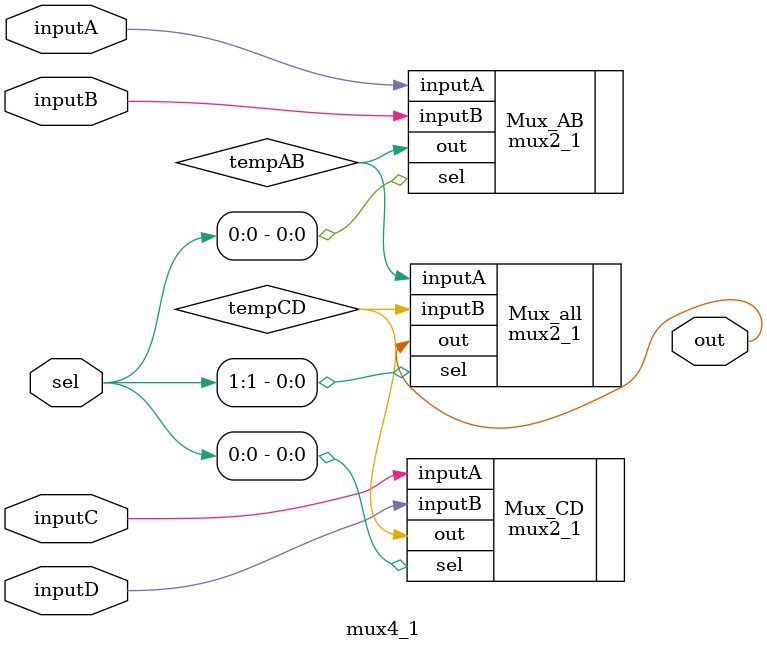
<source format=v>
module mux4_1(out, inputA, inputB, inputC, inputD, sel);

//sel= 2'b00,output=inputA
//sel= 2'b01,output=inputB
//sel= 2'b10,output=inputC
//sel= 2'b11,output=inputD
//we should prepare the result of MuxAB and MuxCD, then these 2 output will be regard as the input of the mux_all, and the sel[1] decided which will be output finally

//input & output declaration
input wire inputA, inputB, inputC, inputD;
input wire [1:0] sel;
output wire out;

//temp result store
wire tempAB;//store the result A?B?
wire tempCD;//store the result C?D?


//first mux for the sel[1], to select the AB & CD, which group will be output
//terminal of the mux2_1: module mux2_1(out, inputA, inputB, sel);
mux2_1 Mux_all(.out(out), .inputA(tempAB), .inputB(tempCD), .sel(sel[1]));

//sel[0] as selection signal in mux for AB
mux2_1 Mux_AB(.out(tempAB), .inputA(inputA), .inputB(inputB), .sel(sel[0]));

//sel[0] also as selection signal in mux for CD
mux2_1 Mux_CD(.out(tempCD), .inputA(inputC), .inputB(inputD), .sel(sel[0]));



endmodule
</source>
